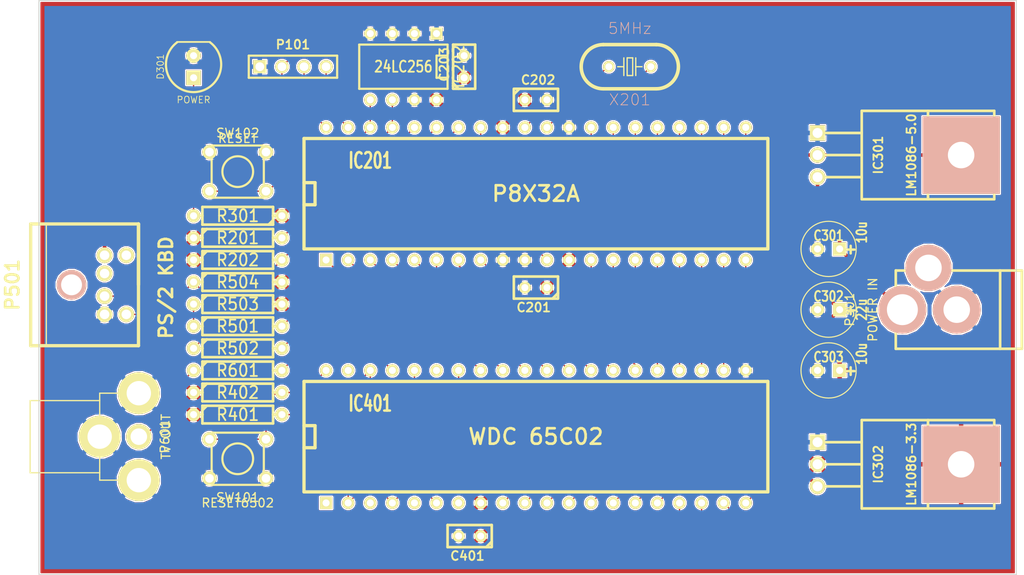
<source format=kicad_pcb>
(kicad_pcb (version 3) (host pcbnew "(2013-07-07 BZR 4022)-stable")
  (title_block (title Propeddle) (rev 11) (company "(C) 2014 Jac Goudsmit") (comment 1 "Software-Defined 6502 Computer") (comment 2 http://www.propeddle.com))
  (layers (15 F.Cu signal) (0 B.Cu signal hide) (18 B.Paste user) (19 F.Paste user) (20 B.SilkS user) (21 F.SilkS user) (22 B.Mask user) (23 F.Mask user) (28 Edge.Cuts user))
  (net 0 "")
  (net 1 +3.3V)
  (net 2 +5V)
  (net 3 /Propeller/XI)
  (net 4 A0)
  (net 5 A1)
  (net 6 A10)
  (net 7 A11)
  (net 8 A12)
  (net 9 A13)
  (net 10 A14)
  (net 11 A15)
  (net 12 A2)
  (net 13 A3)
  (net 14 A4)
  (net 15 A5)
  (net 16 A6)
  (net 17 A7)
  (net 18 A8)
  (net 19 A9)
  (net 20 CLK0)
  (net 21 D0)
  (net 22 D1)
  (net 23 D2)
  (net 24 D3)
  (net 25 D4)
  (net 26 D5)
  (net 27 D6)
  (net 28 D7)
  (net 29 GND)
  (net 30 N-0000035)
  (net 31 N-0000038)
  (net 32 N-0000048)
  (net 33 N-0000049)
  (net 34 N-0000050)
  (net 35 N-0000053)
  (net 36 PS2CLK)
  (net 37 PS2DATA)
  (net 38 R/~W)
  (net 39 RXD)
  (net 40 SDA)
  (net 41 TV0)
  (net 42 TXD)
  (net 43 VSUPPLY)
  (net 44 ~RES)
  (net 45 ~RESET)
  (module DIP-8__300 (layer F.Cu) (at 111.125 65.405 180)
    (fp_text reference IC202 (at -6.35 0 270) (layer F.SilkS) (effects (font (size 1.27 1.143) (thickness 0.2032))))
    (fp_text value 24LC256 (at 0 0 180) (layer F.SilkS) (effects (font (size 1.27 1.016) (thickness 0.2032))))
    (pad 1 thru_hole rect (at -3.81 3.81 180) (size 1.397 1.397) (drill 0.8128) (layers *.Cu *.Mask F.SilkS) (net 29 GND))
    (pad 2 thru_hole circle (at -1.27 3.81 180) (size 1.397 1.397) (drill 0.8128) (layers *.Cu *.Mask F.SilkS) (net 29 GND))
    (pad 3 thru_hole circle (at 1.27 3.81 180) (size 1.397 1.397) (drill 0.8128) (layers *.Cu *.Mask F.SilkS) (net 29 GND))
    (pad 4 thru_hole circle (at 3.81 3.81 180) (size 1.397 1.397) (drill 0.8128) (layers *.Cu *.Mask F.SilkS) (net 29 GND))
    (pad 5 thru_hole circle (at 3.81 -3.81 180) (size 1.397 1.397) (drill 0.8128) (layers *.Cu *.Mask F.SilkS) (net 40 SDA))
    (pad 6 thru_hole circle (at 1.27 -3.81 180) (size 1.397 1.397) (drill 0.8128) (layers *.Cu *.Mask F.SilkS) (net 20 CLK0))
    (pad 7 thru_hole circle (at -1.27 -3.81 180) (size 1.397 1.397) (drill 0.8128) (layers *.Cu *.Mask F.SilkS) (net 29 GND))
    (pad 8 thru_hole circle (at -3.81 -3.81 180) (size 1.397 1.397) (drill 0.8128) (layers *.Cu *.Mask F.SilkS) (net 1 +3.3V))
  )
  (module DIP-40__600 (layer F.Cu) (at 126.365 107.95)
    (fp_text reference IC401 (at -19.05 -3.81) (layer F.SilkS) (effects (font (size 1.778 1.143) (thickness 0.3048))))
    (fp_text value "WDC 65C02" (at 0 0) (layer F.SilkS) (effects (font (size 1.778 1.778) (thickness 0.3048))))
    (pad 1 thru_hole rect (at -24.13 7.62) (size 1.397 1.397) (drill 0.8128) (layers *.Cu *.Mask F.SilkS))
    (pad 2 thru_hole circle (at -21.59 7.62) (size 1.397 1.397) (drill 0.8128) (layers *.Cu *.Mask F.SilkS) (net 32 N-0000048))
    (pad 3 thru_hole circle (at -19.05 7.62) (size 1.397 1.397) (drill 0.8128) (layers *.Cu *.Mask F.SilkS))
    (pad 4 thru_hole circle (at -16.51 7.62) (size 1.397 1.397) (drill 0.8128) (layers *.Cu *.Mask F.SilkS) (net 32 N-0000048))
    (pad 5 thru_hole circle (at -13.97 7.62) (size 1.397 1.397) (drill 0.8128) (layers *.Cu *.Mask F.SilkS))
    (pad 6 thru_hole circle (at -11.43 7.62) (size 1.397 1.397) (drill 0.8128) (layers *.Cu *.Mask F.SilkS) (net 32 N-0000048))
    (pad 7 thru_hole circle (at -8.89 7.62) (size 1.397 1.397) (drill 0.8128) (layers *.Cu *.Mask F.SilkS))
    (pad 8 thru_hole circle (at -6.35 7.62) (size 1.397 1.397) (drill 0.8128) (layers *.Cu *.Mask F.SilkS) (net 1 +3.3V))
    (pad 9 thru_hole circle (at -3.81 7.62) (size 1.397 1.397) (drill 0.8128) (layers *.Cu *.Mask F.SilkS) (net 4 A0))
    (pad 10 thru_hole circle (at -1.27 7.62) (size 1.397 1.397) (drill 0.8128) (layers *.Cu *.Mask F.SilkS) (net 5 A1))
    (pad 11 thru_hole circle (at 1.27 7.62) (size 1.397 1.397) (drill 0.8128) (layers *.Cu *.Mask F.SilkS) (net 12 A2))
    (pad 12 thru_hole circle (at 3.81 7.62) (size 1.397 1.397) (drill 0.8128) (layers *.Cu *.Mask F.SilkS) (net 13 A3))
    (pad 13 thru_hole circle (at 6.35 7.62) (size 1.397 1.397) (drill 0.8128) (layers *.Cu *.Mask F.SilkS) (net 14 A4))
    (pad 14 thru_hole circle (at 8.89 7.62) (size 1.397 1.397) (drill 0.8128) (layers *.Cu *.Mask F.SilkS) (net 15 A5))
    (pad 15 thru_hole circle (at 11.43 7.62) (size 1.397 1.397) (drill 0.8128) (layers *.Cu *.Mask F.SilkS) (net 16 A6))
    (pad 16 thru_hole circle (at 13.97 7.62) (size 1.397 1.397) (drill 0.8128) (layers *.Cu *.Mask F.SilkS) (net 17 A7))
    (pad 17 thru_hole circle (at 16.51 7.62) (size 1.397 1.397) (drill 0.8128) (layers *.Cu *.Mask F.SilkS) (net 18 A8))
    (pad 18 thru_hole circle (at 19.05 7.62) (size 1.397 1.397) (drill 0.8128) (layers *.Cu *.Mask F.SilkS) (net 19 A9))
    (pad 19 thru_hole circle (at 21.59 7.62) (size 1.397 1.397) (drill 0.8128) (layers *.Cu *.Mask F.SilkS) (net 6 A10))
    (pad 20 thru_hole circle (at 24.13 7.62) (size 1.397 1.397) (drill 0.8128) (layers *.Cu *.Mask F.SilkS) (net 7 A11))
    (pad 21 thru_hole circle (at 24.13 -7.62) (size 1.397 1.397) (drill 0.8128) (layers *.Cu *.Mask F.SilkS) (net 29 GND))
    (pad 22 thru_hole circle (at 21.59 -7.62) (size 1.397 1.397) (drill 0.8128) (layers *.Cu *.Mask F.SilkS) (net 8 A12))
    (pad 23 thru_hole circle (at 19.05 -7.62) (size 1.397 1.397) (drill 0.8128) (layers *.Cu *.Mask F.SilkS) (net 9 A13))
    (pad 24 thru_hole circle (at 16.51 -7.62) (size 1.397 1.397) (drill 0.8128) (layers *.Cu *.Mask F.SilkS) (net 10 A14))
    (pad 25 thru_hole circle (at 13.97 -7.62) (size 1.397 1.397) (drill 0.8128) (layers *.Cu *.Mask F.SilkS) (net 11 A15))
    (pad 26 thru_hole circle (at 11.43 -7.62) (size 1.397 1.397) (drill 0.8128) (layers *.Cu *.Mask F.SilkS) (net 28 D7))
    (pad 27 thru_hole circle (at 8.89 -7.62) (size 1.397 1.397) (drill 0.8128) (layers *.Cu *.Mask F.SilkS) (net 27 D6))
    (pad 28 thru_hole circle (at 6.35 -7.62) (size 1.397 1.397) (drill 0.8128) (layers *.Cu *.Mask F.SilkS) (net 26 D5))
    (pad 29 thru_hole circle (at 3.81 -7.62) (size 1.397 1.397) (drill 0.8128) (layers *.Cu *.Mask F.SilkS) (net 25 D4))
    (pad 30 thru_hole circle (at 1.27 -7.62) (size 1.397 1.397) (drill 0.8128) (layers *.Cu *.Mask F.SilkS) (net 24 D3))
    (pad 31 thru_hole circle (at -1.27 -7.62) (size 1.397 1.397) (drill 0.8128) (layers *.Cu *.Mask F.SilkS) (net 23 D2))
    (pad 32 thru_hole circle (at -3.81 -7.62) (size 1.397 1.397) (drill 0.8128) (layers *.Cu *.Mask F.SilkS) (net 22 D1))
    (pad 33 thru_hole circle (at -6.35 -7.62) (size 1.397 1.397) (drill 0.8128) (layers *.Cu *.Mask F.SilkS) (net 21 D0))
    (pad 34 thru_hole circle (at -8.89 -7.62) (size 1.397 1.397) (drill 0.8128) (layers *.Cu *.Mask F.SilkS) (net 38 R/~W))
    (pad 35 thru_hole circle (at -11.43 -7.62) (size 1.397 1.397) (drill 0.8128) (layers *.Cu *.Mask F.SilkS))
    (pad 36 thru_hole circle (at -13.97 -7.62) (size 1.397 1.397) (drill 0.8128) (layers *.Cu *.Mask F.SilkS) (net 32 N-0000048))
    (pad 37 thru_hole circle (at -16.51 -7.62) (size 1.397 1.397) (drill 0.8128) (layers *.Cu *.Mask F.SilkS) (net 20 CLK0))
    (pad 38 thru_hole circle (at -19.05 -7.62) (size 1.397 1.397) (drill 0.8128) (layers *.Cu *.Mask F.SilkS) (net 32 N-0000048))
    (pad 39 thru_hole circle (at -21.59 -7.62) (size 1.397 1.397) (drill 0.8128) (layers *.Cu *.Mask F.SilkS))
    (pad 40 thru_hole circle (at -24.13 -7.62) (size 1.397 1.397) (drill 0.8128) (layers *.Cu *.Mask F.SilkS) (net 44 ~RES))
  )
  (module DIP-40__600 (layer F.Cu) (at 126.365 80.01)
    (fp_text reference IC201 (at -19.05 -3.81) (layer F.SilkS) (effects (font (size 1.778 1.143) (thickness 0.3048))))
    (fp_text value P8X32A (at 0 0) (layer F.SilkS) (effects (font (size 1.778 1.778) (thickness 0.3048))))
    (pad 1 thru_hole rect (at -24.13 7.62) (size 1.397 1.397) (drill 0.8128) (layers *.Cu *.Mask F.SilkS) (net 21 D0))
    (pad 2 thru_hole circle (at -21.59 7.62) (size 1.397 1.397) (drill 0.8128) (layers *.Cu *.Mask F.SilkS) (net 22 D1))
    (pad 3 thru_hole circle (at -19.05 7.62) (size 1.397 1.397) (drill 0.8128) (layers *.Cu *.Mask F.SilkS) (net 23 D2))
    (pad 4 thru_hole circle (at -16.51 7.62) (size 1.397 1.397) (drill 0.8128) (layers *.Cu *.Mask F.SilkS) (net 24 D3))
    (pad 5 thru_hole circle (at -13.97 7.62) (size 1.397 1.397) (drill 0.8128) (layers *.Cu *.Mask F.SilkS) (net 25 D4))
    (pad 6 thru_hole circle (at -11.43 7.62) (size 1.397 1.397) (drill 0.8128) (layers *.Cu *.Mask F.SilkS) (net 26 D5))
    (pad 7 thru_hole circle (at -8.89 7.62) (size 1.397 1.397) (drill 0.8128) (layers *.Cu *.Mask F.SilkS) (net 27 D6))
    (pad 8 thru_hole circle (at -6.35 7.62) (size 1.397 1.397) (drill 0.8128) (layers *.Cu *.Mask F.SilkS) (net 28 D7))
    (pad 9 thru_hole circle (at -3.81 7.62) (size 1.397 1.397) (drill 0.8128) (layers *.Cu *.Mask F.SilkS) (net 29 GND))
    (pad 10 thru_hole circle (at -1.27 7.62) (size 1.397 1.397) (drill 0.8128) (layers *.Cu *.Mask F.SilkS) (net 29 GND))
    (pad 11 thru_hole circle (at 1.27 7.62) (size 1.397 1.397) (drill 0.8128) (layers *.Cu *.Mask F.SilkS) (net 45 ~RESET))
    (pad 12 thru_hole circle (at 3.81 7.62) (size 1.397 1.397) (drill 0.8128) (layers *.Cu *.Mask F.SilkS) (net 1 +3.3V))
    (pad 13 thru_hole circle (at 6.35 7.62) (size 1.397 1.397) (drill 0.8128) (layers *.Cu *.Mask F.SilkS) (net 4 A0))
    (pad 14 thru_hole circle (at 8.89 7.62) (size 1.397 1.397) (drill 0.8128) (layers *.Cu *.Mask F.SilkS) (net 5 A1))
    (pad 15 thru_hole circle (at 11.43 7.62) (size 1.397 1.397) (drill 0.8128) (layers *.Cu *.Mask F.SilkS) (net 12 A2))
    (pad 16 thru_hole circle (at 13.97 7.62) (size 1.397 1.397) (drill 0.8128) (layers *.Cu *.Mask F.SilkS) (net 13 A3))
    (pad 17 thru_hole circle (at 16.51 7.62) (size 1.397 1.397) (drill 0.8128) (layers *.Cu *.Mask F.SilkS) (net 14 A4))
    (pad 18 thru_hole circle (at 19.05 7.62) (size 1.397 1.397) (drill 0.8128) (layers *.Cu *.Mask F.SilkS) (net 15 A5))
    (pad 19 thru_hole circle (at 21.59 7.62) (size 1.397 1.397) (drill 0.8128) (layers *.Cu *.Mask F.SilkS) (net 16 A6))
    (pad 20 thru_hole circle (at 24.13 7.62) (size 1.397 1.397) (drill 0.8128) (layers *.Cu *.Mask F.SilkS) (net 17 A7))
    (pad 21 thru_hole circle (at 24.13 -7.62) (size 1.397 1.397) (drill 0.8128) (layers *.Cu *.Mask F.SilkS) (net 18 A8))
    (pad 22 thru_hole circle (at 21.59 -7.62) (size 1.397 1.397) (drill 0.8128) (layers *.Cu *.Mask F.SilkS) (net 19 A9))
    (pad 23 thru_hole circle (at 19.05 -7.62) (size 1.397 1.397) (drill 0.8128) (layers *.Cu *.Mask F.SilkS) (net 6 A10))
    (pad 24 thru_hole circle (at 16.51 -7.62) (size 1.397 1.397) (drill 0.8128) (layers *.Cu *.Mask F.SilkS) (net 7 A11))
    (pad 25 thru_hole circle (at 13.97 -7.62) (size 1.397 1.397) (drill 0.8128) (layers *.Cu *.Mask F.SilkS) (net 8 A12))
    (pad 26 thru_hole circle (at 11.43 -7.62) (size 1.397 1.397) (drill 0.8128) (layers *.Cu *.Mask F.SilkS) (net 9 A13))
    (pad 27 thru_hole circle (at 8.89 -7.62) (size 1.397 1.397) (drill 0.8128) (layers *.Cu *.Mask F.SilkS) (net 10 A14))
    (pad 28 thru_hole circle (at 6.35 -7.62) (size 1.397 1.397) (drill 0.8128) (layers *.Cu *.Mask F.SilkS) (net 11 A15))
    (pad 29 thru_hole circle (at 3.81 -7.62) (size 1.397 1.397) (drill 0.8128) (layers *.Cu *.Mask F.SilkS) (net 29 GND))
    (pad 30 thru_hole circle (at 1.27 -7.62) (size 1.397 1.397) (drill 0.8128) (layers *.Cu *.Mask F.SilkS) (net 3 /Propeller/XI))
    (pad 31 thru_hole circle (at -1.27 -7.62) (size 1.397 1.397) (drill 0.8128) (layers *.Cu *.Mask F.SilkS) (net 30 N-0000035))
    (pad 32 thru_hole circle (at -3.81 -7.62) (size 1.397 1.397) (drill 0.8128) (layers *.Cu *.Mask F.SilkS) (net 1 +3.3V))
    (pad 33 thru_hole circle (at -6.35 -7.62) (size 1.397 1.397) (drill 0.8128) (layers *.Cu *.Mask F.SilkS) (net 38 R/~W))
    (pad 34 thru_hole circle (at -8.89 -7.62) (size 1.397 1.397) (drill 0.8128) (layers *.Cu *.Mask F.SilkS) (net 41 TV0))
    (pad 35 thru_hole circle (at -11.43 -7.62) (size 1.397 1.397) (drill 0.8128) (layers *.Cu *.Mask F.SilkS) (net 37 PS2DATA))
    (pad 36 thru_hole circle (at -13.97 -7.62) (size 1.397 1.397) (drill 0.8128) (layers *.Cu *.Mask F.SilkS) (net 36 PS2CLK))
    (pad 37 thru_hole circle (at -16.51 -7.62) (size 1.397 1.397) (drill 0.8128) (layers *.Cu *.Mask F.SilkS) (net 20 CLK0))
    (pad 38 thru_hole circle (at -19.05 -7.62) (size 1.397 1.397) (drill 0.8128) (layers *.Cu *.Mask F.SilkS) (net 40 SDA))
    (pad 39 thru_hole circle (at -21.59 -7.62) (size 1.397 1.397) (drill 0.8128) (layers *.Cu *.Mask F.SilkS) (net 42 TXD))
    (pad 40 thru_hole circle (at -24.13 -7.62) (size 1.397 1.397) (drill 0.8128) (layers *.Cu *.Mask F.SilkS) (net 39 RXD))
  )
  (module C1V7 (layer F.Cu) (at 160.02 100.33 180)
    (fp_text reference C303 (at 0 1.524 180) (layer F.SilkS) (effects (font (size 1.143 0.889) (thickness 0.2032))))
    (fp_text value 10u (at -3.81 1.905 270) (layer F.SilkS) (effects (font (size 1.143 0.889) (thickness 0.2032))))
    (fp_text user + (at -2.54 0 180) (layer F.SilkS) (effects (font (size 1.143 1.143) (thickness 0.3048))))
    (pad 1 thru_hole rect (at -1.27 0 180) (size 1.524 1.524) (drill 0.8128) (layers *.Cu *.Mask F.SilkS) (net 1 +3.3V))
    (pad 2 thru_hole circle (at 1.27 0 180) (size 1.524 1.524) (drill 0.8128) (layers *.Cu *.Mask F.SilkS) (net 29 GND))
  )
  (module C1V7 (layer F.Cu) (at 160.02 93.345 180)
    (fp_text reference C302 (at 0 1.524 180) (layer F.SilkS) (effects (font (size 1.143 0.889) (thickness 0.2032))))
    (fp_text value 22u (at -3.81 0 270) (layer F.SilkS) (effects (font (size 1.143 0.889) (thickness 0.2032))))
    (fp_text user + (at -2.54 0 180) (layer F.SilkS) (effects (font (size 1.143 1.143) (thickness 0.3048))))
    (pad 1 thru_hole rect (at -1.27 0 180) (size 1.524 1.524) (drill 0.8128) (layers *.Cu *.Mask F.SilkS) (net 2 +5V))
    (pad 2 thru_hole circle (at 1.27 0 180) (size 1.524 1.524) (drill 0.8128) (layers *.Cu *.Mask F.SilkS) (net 29 GND))
  )
  (module C1V7 (layer F.Cu) (at 160.02 86.36 180)
    (fp_text reference C301 (at 0 1.524 180) (layer F.SilkS) (effects (font (size 1.143 0.889) (thickness 0.2032))))
    (fp_text value 10u (at -3.81 1.905 270) (layer F.SilkS) (effects (font (size 1.143 0.889) (thickness 0.2032))))
    (fp_text user + (at -2.54 0 180) (layer F.SilkS) (effects (font (size 1.143 1.143) (thickness 0.3048))))
    (pad 1 thru_hole rect (at -1.27 0 180) (size 1.524 1.524) (drill 0.8128) (layers *.Cu *.Mask F.SilkS) (net 43 VSUPPLY))
    (pad 2 thru_hole circle (at 1.27 0 180) (size 1.524 1.524) (drill 0.8128) (layers *.Cu *.Mask F.SilkS) (net 29 GND))
  )
  (module C1 (layer F.Cu) (at 118.745 119.38 180)
    (fp_text reference C401 (at 0.254 -2.286 180) (layer F.SilkS) (effects (font (size 1.016 1.016) (thickness 0.2032))))
    (fp_text value 100n hide)
    (pad 1 thru_hole circle (at -1.27 0 180) (size 1.397 1.397) (drill 0.8128) (layers *.Cu *.Mask F.SilkS) (net 1 +3.3V))
    (pad 2 thru_hole circle (at 1.27 0 180) (size 1.397 1.397) (drill 0.8128) (layers *.Cu *.Mask F.SilkS) (net 29 GND))
  )
  (module C1 (layer F.Cu) (at 118.11 65.405 90)
    (fp_text reference C203 (at 0.254 -2.286 90) (layer F.SilkS) (effects (font (size 1.016 1.016) (thickness 0.2032))))
    (fp_text value 100n hide)
    (pad 1 thru_hole circle (at -1.27 0 90) (size 1.397 1.397) (drill 0.8128) (layers *.Cu *.Mask F.SilkS) (net 1 +3.3V))
    (pad 2 thru_hole circle (at 1.27 0 90) (size 1.397 1.397) (drill 0.8128) (layers *.Cu *.Mask F.SilkS) (net 29 GND))
  )
  (module C1 (layer F.Cu) (at 126.365 69.215)
    (fp_text reference C202 (at 0.254 -2.286) (layer F.SilkS) (effects (font (size 1.016 1.016) (thickness 0.2032))))
    (fp_text value 100n hide)
    (pad 1 thru_hole circle (at -1.27 0) (size 1.397 1.397) (drill 0.8128) (layers *.Cu *.Mask F.SilkS) (net 1 +3.3V))
    (pad 2 thru_hole circle (at 1.27 0) (size 1.397 1.397) (drill 0.8128) (layers *.Cu *.Mask F.SilkS) (net 29 GND))
  )
  (module C1 (layer F.Cu) (at 126.365 90.805 180)
    (fp_text reference C201 (at 0.254 -2.286 180) (layer F.SilkS) (effects (font (size 1.016 1.016) (thickness 0.2032))))
    (fp_text value 100n hide)
    (pad 1 thru_hole circle (at -1.27 0 180) (size 1.397 1.397) (drill 0.8128) (layers *.Cu *.Mask F.SilkS) (net 1 +3.3V))
    (pad 2 thru_hole circle (at 1.27 0 180) (size 1.397 1.397) (drill 0.8128) (layers *.Cu *.Mask F.SilkS) (net 29 GND))
  )
  (module 00JG-TO220-123 (layer F.Cu) (at 158.75 75.565)
    (fp_text reference IC301 (at 6.985 0 90) (layer F.SilkS) (effects (font (size 1.016 1.016) (thickness 0.2032))))
    (fp_text value LM1086-5.0 (at 10.795 0 90) (layer F.SilkS) (effects (font (size 1.016 1.016) (thickness 0.2032))))
    (pad 1 thru_hole rect (at 0 -2.54) (size 1.778 1.778) (drill 1.143) (layers *.Cu *.Mask F.SilkS) (net 29 GND))
    (pad 2 thru_hole circle (at 0 0) (size 1.778 1.778) (drill 1.143) (layers *.Cu *.Mask F.SilkS) (net 2 +5V))
    (pad 3 thru_hole circle (at 0 2.54) (size 1.778 1.778) (drill 1.143) (layers *.Cu *.Mask F.SilkS) (net 43 VSUPPLY))
    (pad 2 thru_hole rect (at 16.51 0) (size 8.89 8.89) (drill 3.048) (layers *.Cu *.SilkS *.Mask) (net 2 +5V))
  )
  (module 00JG-TO220-123 (layer F.Cu) (at 158.75 111.125)
    (fp_text reference IC302 (at 6.985 0 90) (layer F.SilkS) (effects (font (size 1.016 1.016) (thickness 0.2032))))
    (fp_text value LM1086-3.3 (at 10.795 0 90) (layer F.SilkS) (effects (font (size 1.016 1.016) (thickness 0.2032))))
    (pad 1 thru_hole rect (at 0 -2.54) (size 1.778 1.778) (drill 1.143) (layers *.Cu *.Mask F.SilkS) (net 29 GND))
    (pad 2 thru_hole circle (at 0 0) (size 1.778 1.778) (drill 1.143) (layers *.Cu *.Mask F.SilkS) (net 1 +3.3V))
    (pad 3 thru_hole circle (at 0 2.54) (size 1.778 1.778) (drill 1.143) (layers *.Cu *.Mask F.SilkS) (net 2 +5V))
    (pad 2 thru_hole rect (at 16.51 0) (size 8.89 8.89) (drill 3.048) (layers *.Cu *.SilkS *.Mask) (net 1 +3.3V))
  )
  (module 00JG-RCJ-01X (layer F.Cu) (at 76.2 107.95 90)
    (fp_text reference P601 (at 0 7.5 90) (layer F.SilkS))
    (fp_text value "TV OUT" (at 0 7.62 90) (layer F.SilkS))
    (pad 1 thru_hole circle (at 0 0 90) (size 4.8 4.8) (drill 2.8) (layers *.Cu *.Mask F.SilkS) (net 29 GND))
    (pad 1 thru_hole circle (at 5 4.5 90) (size 4.8 4.8) (drill 2.8) (layers *.Cu *.Mask F.SilkS) (net 29 GND))
    (pad 1 thru_hole circle (at -5 4.5 90) (size 4.8 4.8) (drill 2.8) (layers *.Cu *.Mask F.SilkS) (net 29 GND))
    (pad 2 thru_hole circle (at 0 4.5 90) (size 2.9 2.9) (drill 1.9) (layers *.Cu *.Mask F.SilkS) (net 35 N-0000053))
  )
  (module R4 (layer F.Cu) (at 92.075 85.09)
    (fp_text reference R201 (at 0 0) (layer F.SilkS) (effects (font (size 1.397 1.27) (thickness 0.2032))))
    (fp_text value 10K hide)
    (pad 1 thru_hole circle (at -5.08 0) (size 1.524 1.524) (drill 0.8128) (layers *.Cu *.Mask F.SilkS) (net 1 +3.3V))
    (pad 2 thru_hole circle (at 5.08 0) (size 1.524 1.524) (drill 0.8128) (layers *.Cu *.Mask F.SilkS) (net 40 SDA))
  )
  (module R4 (layer F.Cu) (at 92.075 100.33)
    (fp_text reference R601 (at 0 0) (layer F.SilkS) (effects (font (size 1.397 1.27) (thickness 0.2032))))
    (fp_text value 270 hide)
    (pad 1 thru_hole circle (at -5.08 0) (size 1.524 1.524) (drill 0.8128) (layers *.Cu *.Mask F.SilkS) (net 35 N-0000053))
    (pad 2 thru_hole circle (at 5.08 0) (size 1.524 1.524) (drill 0.8128) (layers *.Cu *.Mask F.SilkS) (net 41 TV0))
  )
  (module R4 (layer F.Cu) (at 92.075 97.79)
    (fp_text reference R502 (at 0 0) (layer F.SilkS) (effects (font (size 1.397 1.27) (thickness 0.2032))))
    (fp_text value 100 hide)
    (pad 1 thru_hole circle (at -5.08 0) (size 1.524 1.524) (drill 0.8128) (layers *.Cu *.Mask F.SilkS) (net 34 N-0000050))
    (pad 2 thru_hole circle (at 5.08 0) (size 1.524 1.524) (drill 0.8128) (layers *.Cu *.Mask F.SilkS) (net 37 PS2DATA))
  )
  (module R4 (layer F.Cu) (at 92.075 95.25)
    (fp_text reference R501 (at 0 0) (layer F.SilkS) (effects (font (size 1.397 1.27) (thickness 0.2032))))
    (fp_text value 100 hide)
    (pad 1 thru_hole circle (at -5.08 0) (size 1.524 1.524) (drill 0.8128) (layers *.Cu *.Mask F.SilkS) (net 33 N-0000049))
    (pad 2 thru_hole circle (at 5.08 0) (size 1.524 1.524) (drill 0.8128) (layers *.Cu *.Mask F.SilkS) (net 36 PS2CLK))
  )
  (module R4 (layer F.Cu) (at 92.075 92.71)
    (fp_text reference R503 (at 0 0) (layer F.SilkS) (effects (font (size 1.397 1.27) (thickness 0.2032))))
    (fp_text value 10K hide)
    (pad 1 thru_hole circle (at -5.08 0) (size 1.524 1.524) (drill 0.8128) (layers *.Cu *.Mask F.SilkS) (net 33 N-0000049))
    (pad 2 thru_hole circle (at 5.08 0) (size 1.524 1.524) (drill 0.8128) (layers *.Cu *.Mask F.SilkS) (net 1 +3.3V))
  )
  (module R4 (layer F.Cu) (at 92.075 90.17)
    (fp_text reference R504 (at 0 0) (layer F.SilkS) (effects (font (size 1.397 1.27) (thickness 0.2032))))
    (fp_text value 10K hide)
    (pad 1 thru_hole circle (at -5.08 0) (size 1.524 1.524) (drill 0.8128) (layers *.Cu *.Mask F.SilkS) (net 34 N-0000050))
    (pad 2 thru_hole circle (at 5.08 0) (size 1.524 1.524) (drill 0.8128) (layers *.Cu *.Mask F.SilkS) (net 1 +3.3V))
  )
  (module 00JG-BARREL_JACK_RAPC722X (layer F.Cu) (at 182.245 93.345 90)
    (fp_text reference P301 (at 0 -19.8 90) (layer F.SilkS))
    (fp_text value "POWER IN" (at 0 -17.145 90) (layer F.SilkS))
    (pad 1 thru_hole circle (at 0 -13.74 90) (size 5.5 5.5) (drill 3.56) (layers *.Cu *.SilkS *.Mask) (net 43 VSUPPLY))
    (pad 2 thru_hole circle (at 0 -7.49 90) (size 5.5 5.5) (drill 3.05) (layers *.Cu *.SilkS *.Mask) (net 29 GND))
    (pad 3 thru_hole circle (at 4.8 -10.74 90) (size 5.3 5.3) (drill 3.05) (layers *.Cu *.SilkS *.Mask))
  )
  (module 00JG-MD-60S (layer F.Cu) (at 68.2625 90.4875 90)
    (fp_text reference P501 (at 0 -2.1 90) (layer F.SilkS) (effects (font (size 1.524 1.524) (thickness 0.3048))))
    (fp_text value "PS/2 KBD" (at -0.3175 15.5575 90) (layer F.SilkS) (effects (font (size 1.524 1.524) (thickness 0.3048))))
    (pad 3 thru_hole circle (at -3.4 8.5 90) (size 1.8 1.8) (drill 1.1) (layers *.Cu *.Mask F.SilkS) (net 29 GND))
    (pad 5 thru_hole circle (at -3.4 11 90) (size 1.8 1.8) (drill 1.1) (layers *.Cu *.Mask F.SilkS) (net 33 N-0000049))
    (pad 4 thru_hole circle (at 3.4 8.5 90) (size 1.8 1.8) (drill 1.1) (layers *.Cu *.Mask F.SilkS) (net 2 +5V))
    (pad GND thru_hole circle (at 0 4.7 90) (size 3.4 3.4) (drill 2.4) (layers *.Cu *.SilkS *.Mask))
    (pad 6 thru_hole circle (at 3.4 11 90) (size 1.8 1.8) (drill 1.1) (layers *.Cu *.Mask F.SilkS))
    (pad 1 thru_hole circle (at -1.3 8.5 90) (size 1.8 1.8) (drill 1.1) (layers *.Cu *.Mask F.SilkS) (net 34 N-0000050))
    (pad 2 thru_hole circle (at 1.3 8.5 90) (size 1.8 1.8) (drill 1.1) (layers *.Cu *.Mask F.SilkS))
  )
  (module 00JG-PUSHBUTTON (layer F.Cu) (at 92.075 110.49 180)
    (fp_text reference SW101 (at 0 -4.445 180) (layer F.SilkS))
    (fp_text value RESET6502 (at 0 -5.08 180) (layer F.SilkS))
    (pad 1 thru_hole circle (at -3.25 -2.25 180) (size 1.65 1.65) (drill 1) (layers *.Cu *.Mask F.SilkS) (net 29 GND))
    (pad 1 thru_hole circle (at 3.25 -2.25 180) (size 1.65 1.65) (drill 1) (layers *.Cu *.Mask F.SilkS) (net 29 GND))
    (pad 2 thru_hole circle (at -3.25 2.25 180) (size 1.65 1.65) (drill 1) (layers *.Cu *.Mask F.SilkS) (net 44 ~RES))
    (pad 2 thru_hole circle (at 3.25 2.25 180) (size 1.65 1.65) (drill 1) (layers *.Cu *.Mask F.SilkS) (net 44 ~RES))
  )
  (module R4 (layer F.Cu) (at 92.075 82.55 180)
    (fp_text reference R301 (at 0 0 180) (layer F.SilkS) (effects (font (size 1.397 1.27) (thickness 0.2032))))
    (fp_text value 82 hide)
    (pad 1 thru_hole circle (at -5.08 0 180) (size 1.524 1.524) (drill 0.8128) (layers *.Cu *.Mask F.SilkS) (net 1 +3.3V))
    (pad 2 thru_hole circle (at 5.08 0 180) (size 1.524 1.524) (drill 0.8128) (layers *.Cu *.Mask F.SilkS) (net 31 N-0000038))
  )
  (module 00JG-LED5MM (layer F.Cu) (at 86.995 65.405 90)
    (fp_text reference D301 (at 0 -3.81 90) (layer F.SilkS) (effects (font (size 0.762 0.762) (thickness 0.0889))))
    (fp_text value POWER (at -3.81 0 180) (layer F.SilkS) (effects (font (size 0.762 0.762) (thickness 0.0889))))
    (pad A thru_hole rect (at -1.27 0 90) (size 1.6764 1.6764) (drill 0.8128) (layers *.Cu *.Mask F.SilkS) (net 31 N-0000038))
    (pad K thru_hole circle (at 1.27 0 90) (size 1.6764 1.6764) (drill 0.8128) (layers *.Cu *.Mask F.SilkS) (net 29 GND))
  )
  (module 00JG-XTAL-HC49U70 (layer F.Cu) (at 137.16 65.405 180)
    (fp_text reference X201 (at 0 -3.8 180) (layer B.SilkS) (effects (font (size 1.27 1.27) (thickness 0.0889))))
    (fp_text value 5MHz (at 0 4.4 180) (layer B.SilkS) (effects (font (size 1.27 1.27) (thickness 0.0889))))
    (pad 1 thru_hole circle (at -2.413 0 180) (size 1.3208 1.3208) (drill 0.8128) (layers *.Cu F.Paste F.SilkS F.Mask) (net 3 /Propeller/XI))
    (pad 2 thru_hole circle (at 2.413 0 180) (size 1.3208 1.3208) (drill 0.8128) (layers *.Cu F.Paste F.SilkS F.Mask) (net 30 N-0000035))
  )
  (module R4 (layer F.Cu) (at 92.075 102.87)
    (fp_text reference R402 (at 0 0) (layer F.SilkS) (effects (font (size 1.397 1.27) (thickness 0.2032))))
    (fp_text value 3K3 hide)
    (pad 1 thru_hole circle (at -5.08 0) (size 1.524 1.524) (drill 0.8128) (layers *.Cu *.Mask F.SilkS) (net 1 +3.3V))
    (pad 2 thru_hole circle (at 5.08 0) (size 1.524 1.524) (drill 0.8128) (layers *.Cu *.Mask F.SilkS) (net 44 ~RES))
  )
  (module 00JG-PUSHBUTTON (layer F.Cu) (at 92.075 77.47)
    (fp_text reference SW102 (at 0 -4.445) (layer F.SilkS))
    (fp_text value RESET (at 0 -3.81) (layer F.SilkS))
    (pad 1 thru_hole circle (at -3.25 -2.25) (size 1.65 1.65) (drill 1) (layers *.Cu *.Mask F.SilkS) (net 29 GND))
    (pad 1 thru_hole circle (at 3.25 -2.25) (size 1.65 1.65) (drill 1) (layers *.Cu *.Mask F.SilkS) (net 29 GND))
    (pad 2 thru_hole circle (at -3.25 2.25) (size 1.65 1.65) (drill 1) (layers *.Cu *.Mask F.SilkS) (net 45 ~RESET))
    (pad 2 thru_hole circle (at 3.25 2.25) (size 1.65 1.65) (drill 1) (layers *.Cu *.Mask F.SilkS) (net 45 ~RESET))
  )
  (module PIN_ARRAY_4x1 (layer F.Cu) (at 98.425 65.405)
    (fp_text reference P101 (at 0 -2.54) (layer F.SilkS) (effects (font (size 1.016 1.016) (thickness 0.2032))))
    (fp_text value "PROP PLUG" hide)
    (pad 1 thru_hole rect (at -3.81 0) (size 1.524 1.524) (drill 1.016) (layers *.Cu *.Mask F.SilkS) (net 29 GND))
    (pad 2 thru_hole circle (at -1.27 0) (size 1.524 1.524) (drill 1.016) (layers *.Cu *.Mask F.SilkS) (net 45 ~RESET))
    (pad 3 thru_hole circle (at 1.27 0) (size 1.524 1.524) (drill 1.016) (layers *.Cu *.Mask F.SilkS) (net 39 RXD))
    (pad 4 thru_hole circle (at 3.81 0) (size 1.524 1.524) (drill 1.016) (layers *.Cu *.Mask F.SilkS) (net 42 TXD))
  )
  (module R4 (layer F.Cu) (at 92.075 105.41)
    (fp_text reference R401 (at 0 0) (layer F.SilkS) (effects (font (size 1.397 1.27) (thickness 0.2032))))
    (fp_text value 3K3 hide)
    (pad 1 thru_hole circle (at -5.08 0) (size 1.524 1.524) (drill 0.8128) (layers *.Cu *.Mask F.SilkS) (net 1 +3.3V))
    (pad 2 thru_hole circle (at 5.08 0) (size 1.524 1.524) (drill 0.8128) (layers *.Cu *.Mask F.SilkS) (net 32 N-0000048))
  )
  (module R4 (layer F.Cu) (at 92.075 87.63)
    (fp_text reference R202 (at 0 0) (layer F.SilkS) (effects (font (size 1.397 1.27) (thickness 0.2032))))
    (fp_text value 10K hide)
    (pad 1 thru_hole circle (at -5.08 0) (size 1.524 1.524) (drill 0.8128) (layers *.Cu *.Mask F.SilkS) (net 1 +3.3V))
    (pad 2 thru_hole circle (at 5.08 0) (size 1.524 1.524) (drill 0.8128) (layers *.Cu *.Mask F.SilkS) (net 20 CLK0))
  )
  (gr_line (start 181.61 57.785) (end 181.61 123.825) (angle 90) (layer Edge.Cuts) (width 0.1))
  (gr_line (start 69.215 57.785) (end 181.61 57.785) (angle 90) (layer Edge.Cuts) (width 0.1))
  (gr_line (start 69.215 123.825) (end 69.215 57.785) (angle 90) (layer Edge.Cuts) (width 0.1))
  (gr_line (start 181.61 123.825) (end 69.215 123.825) (angle 90) (layer Edge.Cuts) (width 0.1))
  (gr_line (start 69.215 123.825) (end 181.61 123.825) (angle 90) (layer Edge.Cuts) (width 0.1))
  (gr_line (start 69.215 57.785) (end 69.215 123.825) (angle 90) (layer Edge.Cuts) (width 0.1))
  (segment (start 158.75 75.565) (end 175.26 75.565) (width 0.4064) (layer F.Cu) (net 2))
  (segment (start 161.29 93.345) (end 160.02 94.615) (width 0.4064) (layer F.Cu) (net 2))
  (segment (start 156.845 111.76) (end 158.75 113.665) (width 0.4064) (layer F.Cu) (net 2))
  (segment (start 156.845 107.315) (end 156.845 111.76) (width 0.4064) (layer F.Cu) (net 2))
  (segment (start 160.02 104.14) (end 156.845 107.315) (width 0.4064) (layer F.Cu) (net 2))
  (segment (start 160.02 94.615) (end 160.02 104.14) (width 0.4064) (layer F.Cu) (net 2))
  (segment (start 161.29 93.345) (end 160.02 92.075) (width 0.4064) (layer F.Cu) (net 2))
  (segment (start 156.845 81.915) (end 156.845 75.565) (width 0.4064) (layer F.Cu) (net 2))
  (segment (start 160.02 85.09) (end 156.845 81.915) (width 0.4064) (layer F.Cu) (net 2))
  (segment (start 160.02 92.075) (end 160.02 85.09) (width 0.4064) (layer F.Cu) (net 2))
  (segment (start 158.75 75.565) (end 156.845 75.565) (width 0.4064) (layer F.Cu) (net 2))
  (segment (start 76.7625 61.0325) (end 76.7625 87.0875) (width 0.4064) (layer F.Cu) (net 2))
  (segment (start 78.105 59.69) (end 76.7625 61.0325) (width 0.4064) (layer F.Cu) (net 2))
  (segment (start 154.305 59.69) (end 78.105 59.69) (width 0.4064) (layer F.Cu) (net 2))
  (segment (start 155.575 60.96) (end 154.305 59.69) (width 0.4064) (layer F.Cu) (net 2))
  (segment (start 155.575 74.295) (end 155.575 60.96) (width 0.4064) (layer F.Cu) (net 2))
  (segment (start 156.845 75.565) (end 155.575 74.295) (width 0.4064) (layer F.Cu) (net 2))
  (segment (start 127.635 72.39) (end 128.905 71.12) (width 0.1524) (layer F.Cu) (net 3))
  (segment (start 133.858 71.12) (end 139.573 65.405) (width 0.1524) (layer F.Cu) (net 3))
  (segment (start 128.905 71.12) (end 133.858 71.12) (width 0.1524) (layer F.Cu) (net 3))
  (segment (start 132.715 87.63) (end 132.715 92.71) (width 0.1524) (layer F.Cu) (net 4))
  (segment (start 132.08 106.045) (end 122.555 115.57) (width 0.1524) (layer F.Cu) (net 4))
  (segment (start 134.62 106.045) (end 132.08 106.045) (width 0.1524) (layer F.Cu) (net 4))
  (segment (start 139.065 101.6) (end 134.62 106.045) (width 0.1524) (layer F.Cu) (net 4))
  (segment (start 139.065 99.06) (end 139.065 101.6) (width 0.1524) (layer F.Cu) (net 4))
  (segment (start 132.715 92.71) (end 139.065 99.06) (width 0.1524) (layer F.Cu) (net 4))
  (segment (start 135.255 87.63) (end 135.255 91.44) (width 0.1524) (layer F.Cu) (net 5))
  (segment (start 133.985 106.68) (end 125.095 115.57) (width 0.1524) (layer F.Cu) (net 5))
  (segment (start 136.525 106.68) (end 133.985 106.68) (width 0.1524) (layer F.Cu) (net 5))
  (segment (start 141.605 101.6) (end 136.525 106.68) (width 0.1524) (layer F.Cu) (net 5))
  (segment (start 141.605 97.79) (end 141.605 101.6) (width 0.1524) (layer F.Cu) (net 5))
  (segment (start 135.255 91.44) (end 141.605 97.79) (width 0.1524) (layer F.Cu) (net 5))
  (segment (start 145.415 72.39) (end 145.415 78.74) (width 0.1524) (layer F.Cu) (net 6))
  (segment (start 149.86 117.475) (end 147.955 115.57) (width 0.1524) (layer F.Cu) (net 6))
  (segment (start 152.4 117.475) (end 149.86 117.475) (width 0.1524) (layer F.Cu) (net 6))
  (segment (start 153.035 116.84) (end 152.4 117.475) (width 0.1524) (layer F.Cu) (net 6))
  (segment (start 153.035 97.79) (end 153.035 116.84) (width 0.1524) (layer F.Cu) (net 6))
  (segment (start 146.685 91.44) (end 153.035 97.79) (width 0.1524) (layer F.Cu) (net 6))
  (segment (start 146.685 80.01) (end 146.685 91.44) (width 0.1524) (layer F.Cu) (net 6))
  (segment (start 145.415 78.74) (end 146.685 80.01) (width 0.1524) (layer F.Cu) (net 6))
  (segment (start 142.875 72.39) (end 142.875 78.74) (width 0.1524) (layer F.Cu) (net 7))
  (segment (start 151.765 114.3) (end 150.495 115.57) (width 0.1524) (layer F.Cu) (net 7))
  (segment (start 151.765 99.06) (end 151.765 114.3) (width 0.1524) (layer F.Cu) (net 7))
  (segment (start 144.145 91.44) (end 151.765 99.06) (width 0.1524) (layer F.Cu) (net 7))
  (segment (start 144.145 80.01) (end 144.145 91.44) (width 0.1524) (layer F.Cu) (net 7))
  (segment (start 142.875 78.74) (end 144.145 80.01) (width 0.1524) (layer F.Cu) (net 7))
  (segment (start 140.335 72.39) (end 140.335 78.74) (width 0.1524) (layer F.Cu) (net 8))
  (segment (start 147.955 97.79) (end 147.955 100.33) (width 0.1524) (layer F.Cu) (net 8))
  (segment (start 141.605 91.44) (end 147.955 97.79) (width 0.1524) (layer F.Cu) (net 8))
  (segment (start 141.605 80.01) (end 141.605 91.44) (width 0.1524) (layer F.Cu) (net 8))
  (segment (start 140.335 78.74) (end 141.605 80.01) (width 0.1524) (layer F.Cu) (net 8))
  (segment (start 137.795 72.39) (end 137.795 78.74) (width 0.1524) (layer F.Cu) (net 9))
  (segment (start 145.415 97.79) (end 145.415 100.33) (width 0.1524) (layer F.Cu) (net 9))
  (segment (start 139.065 91.44) (end 145.415 97.79) (width 0.1524) (layer F.Cu) (net 9))
  (segment (start 139.065 80.01) (end 139.065 91.44) (width 0.1524) (layer F.Cu) (net 9))
  (segment (start 137.795 78.74) (end 139.065 80.01) (width 0.1524) (layer F.Cu) (net 9))
  (segment (start 142.875 100.33) (end 142.875 97.79) (width 0.1524) (layer F.Cu) (net 10))
  (segment (start 135.255 78.74) (end 135.255 72.39) (width 0.1524) (layer F.Cu) (net 10))
  (segment (start 136.525 80.01) (end 135.255 78.74) (width 0.1524) (layer F.Cu) (net 10))
  (segment (start 136.525 91.44) (end 136.525 80.01) (width 0.1524) (layer F.Cu) (net 10))
  (segment (start 142.875 97.79) (end 136.525 91.44) (width 0.1524) (layer F.Cu) (net 10))
  (segment (start 140.335 100.33) (end 140.335 98.425) (width 0.1524) (layer F.Cu) (net 11))
  (segment (start 132.715 79.375) (end 132.715 72.39) (width 0.1524) (layer F.Cu) (net 11))
  (segment (start 133.985 80.645) (end 132.715 79.375) (width 0.1524) (layer F.Cu) (net 11))
  (segment (start 133.985 92.075) (end 133.985 80.645) (width 0.1524) (layer F.Cu) (net 11))
  (segment (start 140.335 98.425) (end 133.985 92.075) (width 0.1524) (layer F.Cu) (net 11))
  (segment (start 137.795 87.63) (end 137.795 91.44) (width 0.1524) (layer F.Cu) (net 12))
  (segment (start 135.89 107.315) (end 127.635 115.57) (width 0.1524) (layer F.Cu) (net 12))
  (segment (start 138.43 107.315) (end 135.89 107.315) (width 0.1524) (layer F.Cu) (net 12))
  (segment (start 144.145 101.6) (end 138.43 107.315) (width 0.1524) (layer F.Cu) (net 12))
  (segment (start 144.145 97.79) (end 144.145 101.6) (width 0.1524) (layer F.Cu) (net 12))
  (segment (start 137.795 91.44) (end 144.145 97.79) (width 0.1524) (layer F.Cu) (net 12))
  (segment (start 140.335 87.63) (end 140.335 91.44) (width 0.1524) (layer F.Cu) (net 13))
  (segment (start 137.795 107.95) (end 130.175 115.57) (width 0.1524) (layer F.Cu) (net 13))
  (segment (start 139.7 107.95) (end 137.795 107.95) (width 0.1524) (layer F.Cu) (net 13))
  (segment (start 146.685 100.965) (end 139.7 107.95) (width 0.1524) (layer F.Cu) (net 13))
  (segment (start 146.685 97.79) (end 146.685 100.965) (width 0.1524) (layer F.Cu) (net 13))
  (segment (start 140.335 91.44) (end 146.685 97.79) (width 0.1524) (layer F.Cu) (net 13))
  (segment (start 142.875 87.63) (end 142.875 91.44) (width 0.1524) (layer F.Cu) (net 14))
  (segment (start 139.7 108.585) (end 132.715 115.57) (width 0.1524) (layer F.Cu) (net 14))
  (segment (start 141.605 108.585) (end 139.7 108.585) (width 0.1524) (layer F.Cu) (net 14))
  (segment (start 149.225 100.965) (end 141.605 108.585) (width 0.1524) (layer F.Cu) (net 14))
  (segment (start 149.225 97.79) (end 149.225 100.965) (width 0.1524) (layer F.Cu) (net 14))
  (segment (start 142.875 91.44) (end 149.225 97.79) (width 0.1524) (layer F.Cu) (net 14))
  (segment (start 145.415 87.63) (end 145.415 91.44) (width 0.1524) (layer F.Cu) (net 15))
  (segment (start 140.97 109.855) (end 135.255 115.57) (width 0.1524) (layer F.Cu) (net 15))
  (segment (start 148.59 109.855) (end 140.97 109.855) (width 0.1524) (layer F.Cu) (net 15))
  (segment (start 149.225 110.49) (end 148.59 109.855) (width 0.1524) (layer F.Cu) (net 15))
  (segment (start 149.225 116.205) (end 149.225 110.49) (width 0.1524) (layer F.Cu) (net 15))
  (segment (start 149.86 116.84) (end 149.225 116.205) (width 0.1524) (layer F.Cu) (net 15))
  (segment (start 151.765 116.84) (end 149.86 116.84) (width 0.1524) (layer F.Cu) (net 15))
  (segment (start 152.4 116.205) (end 151.765 116.84) (width 0.1524) (layer F.Cu) (net 15))
  (segment (start 152.4 98.425) (end 152.4 116.205) (width 0.1524) (layer F.Cu) (net 15))
  (segment (start 145.415 91.44) (end 152.4 98.425) (width 0.1524) (layer F.Cu) (net 15))
  (segment (start 147.955 87.63) (end 147.955 91.44) (width 0.1524) (layer F.Cu) (net 16))
  (segment (start 142.875 110.49) (end 137.795 115.57) (width 0.1524) (layer F.Cu) (net 16))
  (segment (start 146.05 110.49) (end 142.875 110.49) (width 0.1524) (layer F.Cu) (net 16))
  (segment (start 146.685 111.125) (end 146.05 110.49) (width 0.1524) (layer F.Cu) (net 16))
  (segment (start 146.685 117.475) (end 146.685 111.125) (width 0.1524) (layer F.Cu) (net 16))
  (segment (start 147.32 118.11) (end 146.685 117.475) (width 0.1524) (layer F.Cu) (net 16))
  (segment (start 153.035 118.11) (end 147.32 118.11) (width 0.1524) (layer F.Cu) (net 16))
  (segment (start 153.67 117.475) (end 153.035 118.11) (width 0.1524) (layer F.Cu) (net 16))
  (segment (start 153.67 97.155) (end 153.67 117.475) (width 0.1524) (layer F.Cu) (net 16))
  (segment (start 147.955 91.44) (end 153.67 97.155) (width 0.1524) (layer F.Cu) (net 16))
  (segment (start 150.495 87.63) (end 150.495 91.44) (width 0.1524) (layer F.Cu) (net 17))
  (segment (start 142.24 113.665) (end 140.335 115.57) (width 0.1524) (layer F.Cu) (net 17))
  (segment (start 143.51 113.665) (end 142.24 113.665) (width 0.1524) (layer F.Cu) (net 17))
  (segment (start 144.145 114.3) (end 143.51 113.665) (width 0.1524) (layer F.Cu) (net 17))
  (segment (start 144.145 118.745) (end 144.145 114.3) (width 0.1524) (layer F.Cu) (net 17))
  (segment (start 144.78 119.38) (end 144.145 118.745) (width 0.1524) (layer F.Cu) (net 17))
  (segment (start 154.305 119.38) (end 144.78 119.38) (width 0.1524) (layer F.Cu) (net 17))
  (segment (start 154.94 118.745) (end 154.305 119.38) (width 0.1524) (layer F.Cu) (net 17))
  (segment (start 154.94 95.885) (end 154.94 118.745) (width 0.1524) (layer F.Cu) (net 17))
  (segment (start 150.495 91.44) (end 154.94 95.885) (width 0.1524) (layer F.Cu) (net 17))
  (segment (start 150.495 72.39) (end 150.495 78.74) (width 0.1524) (layer F.Cu) (net 18))
  (segment (start 142.875 119.38) (end 142.875 115.57) (width 0.1524) (layer F.Cu) (net 18))
  (segment (start 143.51 120.015) (end 142.875 119.38) (width 0.1524) (layer F.Cu) (net 18))
  (segment (start 154.94 120.015) (end 143.51 120.015) (width 0.1524) (layer F.Cu) (net 18))
  (segment (start 155.575 119.38) (end 154.94 120.015) (width 0.1524) (layer F.Cu) (net 18))
  (segment (start 155.575 95.25) (end 155.575 119.38) (width 0.1524) (layer F.Cu) (net 18))
  (segment (start 151.765 91.44) (end 155.575 95.25) (width 0.1524) (layer F.Cu) (net 18))
  (segment (start 151.765 80.01) (end 151.765 91.44) (width 0.1524) (layer F.Cu) (net 18))
  (segment (start 150.495 78.74) (end 151.765 80.01) (width 0.1524) (layer F.Cu) (net 18))
  (segment (start 147.955 72.39) (end 147.955 78.74) (width 0.1524) (layer F.Cu) (net 19))
  (segment (start 145.415 118.11) (end 145.415 115.57) (width 0.1524) (layer F.Cu) (net 19))
  (segment (start 146.05 118.745) (end 145.415 118.11) (width 0.1524) (layer F.Cu) (net 19))
  (segment (start 153.67 118.745) (end 146.05 118.745) (width 0.1524) (layer F.Cu) (net 19))
  (segment (start 154.305 118.11) (end 153.67 118.745) (width 0.1524) (layer F.Cu) (net 19))
  (segment (start 154.305 96.52) (end 154.305 118.11) (width 0.1524) (layer F.Cu) (net 19))
  (segment (start 149.225 91.44) (end 154.305 96.52) (width 0.1524) (layer F.Cu) (net 19))
  (segment (start 149.225 80.01) (end 149.225 91.44) (width 0.1524) (layer F.Cu) (net 19))
  (segment (start 147.955 78.74) (end 149.225 80.01) (width 0.1524) (layer F.Cu) (net 19))
  (segment (start 109.855 100.33) (end 107.95 98.425) (width 0.1524) (layer F.Cu) (net 20))
  (segment (start 95.885 88.9) (end 97.155 87.63) (width 0.1524) (layer F.Cu) (net 20))
  (segment (start 95.885 100.965) (end 95.885 88.9) (width 0.1524) (layer F.Cu) (net 20))
  (segment (start 96.52 101.6) (end 95.885 100.965) (width 0.1524) (layer F.Cu) (net 20))
  (segment (start 97.79 101.6) (end 96.52 101.6) (width 0.1524) (layer F.Cu) (net 20))
  (segment (start 100.965 98.425) (end 97.79 101.6) (width 0.1524) (layer F.Cu) (net 20))
  (segment (start 107.95 98.425) (end 100.965 98.425) (width 0.1524) (layer F.Cu) (net 20))
  (segment (start 97.155 87.63) (end 99.06 85.725) (width 0.1524) (layer F.Cu) (net 20))
  (segment (start 108.585 73.66) (end 109.855 72.39) (width 0.1524) (layer F.Cu) (net 20))
  (segment (start 106.68 73.66) (end 108.585 73.66) (width 0.1524) (layer F.Cu) (net 20))
  (segment (start 99.06 81.28) (end 106.68 73.66) (width 0.1524) (layer F.Cu) (net 20))
  (segment (start 99.06 85.725) (end 99.06 81.28) (width 0.1524) (layer F.Cu) (net 20))
  (segment (start 109.855 72.39) (end 109.855 69.215) (width 0.1524) (layer F.Cu) (net 20))
  (segment (start 102.235 87.63) (end 113.03 98.425) (width 0.1524) (layer F.Cu) (net 21))
  (segment (start 118.11 98.425) (end 120.015 100.33) (width 0.1524) (layer F.Cu) (net 21))
  (segment (start 113.03 98.425) (end 118.11 98.425) (width 0.1524) (layer F.Cu) (net 21))
  (segment (start 104.775 87.63) (end 114.935 97.79) (width 0.1524) (layer F.Cu) (net 22))
  (segment (start 120.015 97.79) (end 122.555 100.33) (width 0.1524) (layer F.Cu) (net 22))
  (segment (start 114.935 97.79) (end 120.015 97.79) (width 0.1524) (layer F.Cu) (net 22))
  (segment (start 107.315 87.63) (end 116.84 97.155) (width 0.1524) (layer F.Cu) (net 23))
  (segment (start 121.92 97.155) (end 125.095 100.33) (width 0.1524) (layer F.Cu) (net 23))
  (segment (start 116.84 97.155) (end 121.92 97.155) (width 0.1524) (layer F.Cu) (net 23))
  (segment (start 109.855 87.63) (end 118.745 96.52) (width 0.1524) (layer F.Cu) (net 24))
  (segment (start 123.825 96.52) (end 127.635 100.33) (width 0.1524) (layer F.Cu) (net 24))
  (segment (start 118.745 96.52) (end 123.825 96.52) (width 0.1524) (layer F.Cu) (net 24))
  (segment (start 112.395 87.63) (end 120.65 95.885) (width 0.1524) (layer F.Cu) (net 25))
  (segment (start 125.73 95.885) (end 130.175 100.33) (width 0.1524) (layer F.Cu) (net 25))
  (segment (start 120.65 95.885) (end 125.73 95.885) (width 0.1524) (layer F.Cu) (net 25))
  (segment (start 114.935 87.63) (end 114.935 88.9) (width 0.1524) (layer F.Cu) (net 26))
  (segment (start 127.635 95.25) (end 132.715 100.33) (width 0.1524) (layer F.Cu) (net 26))
  (segment (start 121.285 95.25) (end 127.635 95.25) (width 0.1524) (layer F.Cu) (net 26))
  (segment (start 114.935 88.9) (end 121.285 95.25) (width 0.1524) (layer F.Cu) (net 26))
  (segment (start 116.84 87.63) (end 123.19 93.98) (width 0.1524) (layer F.Cu) (net 27))
  (segment (start 128.905 93.98) (end 135.255 100.33) (width 0.1524) (layer F.Cu) (net 27))
  (segment (start 123.19 93.98) (end 128.905 93.98) (width 0.1524) (layer F.Cu) (net 27))
  (segment (start 137.795 100.33) (end 137.795 99.695) (width 0.1524) (layer F.Cu) (net 28))
  (segment (start 125.095 92.71) (end 120.015 87.63) (width 0.1524) (layer F.Cu) (net 28))
  (segment (start 130.81 92.71) (end 125.095 92.71) (width 0.1524) (layer F.Cu) (net 28))
  (segment (start 137.795 99.695) (end 130.81 92.71) (width 0.1524) (layer F.Cu) (net 28))
  (segment (start 134.747 65.405) (end 134.62 65.405) (width 0.1524) (layer F.Cu) (net 30))
  (segment (start 127 70.485) (end 125.095 72.39) (width 0.1524) (layer F.Cu) (net 30))
  (segment (start 129.54 70.485) (end 127 70.485) (width 0.1524) (layer F.Cu) (net 30))
  (segment (start 134.62 65.405) (end 129.54 70.485) (width 0.1524) (layer F.Cu) (net 30))
  (segment (start 86.995 66.675) (end 86.995 82.55) (width 0.1524) (layer F.Cu) (net 31))
  (segment (start 97.155 105.41) (end 102.235 105.41) (width 0.1524) (layer F.Cu) (net 32))
  (segment (start 102.235 105.41) (end 107.315 100.33) (width 0.1524) (layer F.Cu) (net 32))
  (segment (start 112.395 100.33) (end 112.395 103.505) (width 0.1524) (layer F.Cu) (net 32))
  (segment (start 111.76 104.14) (end 107.315 104.14) (width 0.1524) (layer F.Cu) (net 32))
  (segment (start 112.395 103.505) (end 111.76 104.14) (width 0.1524) (layer F.Cu) (net 32))
  (segment (start 104.775 115.57) (end 104.775 109.855) (width 0.1524) (layer F.Cu) (net 32))
  (segment (start 107.315 107.315) (end 107.315 104.14) (width 0.1524) (layer F.Cu) (net 32))
  (segment (start 107.315 104.14) (end 107.315 100.33) (width 0.1524) (layer F.Cu) (net 32))
  (segment (start 104.775 109.855) (end 107.315 107.315) (width 0.1524) (layer F.Cu) (net 32))
  (segment (start 109.855 115.57) (end 111.76 113.665) (width 0.1524) (layer F.Cu) (net 32))
  (segment (start 113.03 113.665) (end 114.935 115.57) (width 0.1524) (layer F.Cu) (net 32))
  (segment (start 111.76 113.665) (end 113.03 113.665) (width 0.1524) (layer F.Cu) (net 32))
  (segment (start 104.775 115.57) (end 106.68 113.665) (width 0.1524) (layer F.Cu) (net 32))
  (segment (start 107.95 113.665) (end 109.855 115.57) (width 0.1524) (layer F.Cu) (net 32))
  (segment (start 106.68 113.665) (end 107.95 113.665) (width 0.1524) (layer F.Cu) (net 32))
  (segment (start 86.995 92.71) (end 86.995 93.98) (width 0.1524) (layer F.Cu) (net 33))
  (segment (start 79.2625 93.8875) (end 86.9025 93.8875) (width 0.1524) (layer F.Cu) (net 33))
  (segment (start 86.995 93.98) (end 86.995 95.25) (width 0.1524) (layer F.Cu) (net 33))
  (segment (start 86.9025 93.8875) (end 86.995 93.98) (width 0.1524) (layer F.Cu) (net 33))
  (segment (start 86.995 90.17) (end 88.265 91.44) (width 0.1524) (layer F.Cu) (net 34))
  (segment (start 88.265 96.52) (end 86.995 97.79) (width 0.1524) (layer F.Cu) (net 34))
  (segment (start 88.265 91.44) (end 88.265 96.52) (width 0.1524) (layer F.Cu) (net 34))
  (segment (start 76.7625 91.7875) (end 85.3775 91.7875) (width 0.1524) (layer F.Cu) (net 34))
  (segment (start 85.3775 91.7875) (end 86.995 90.17) (width 0.1524) (layer F.Cu) (net 34))
  (segment (start 80.7 107.95) (end 81.28 107.95) (width 0.1524) (layer F.Cu) (net 35))
  (segment (start 84.455 102.87) (end 86.995 100.33) (width 0.1524) (layer F.Cu) (net 35))
  (segment (start 84.455 104.775) (end 84.455 102.87) (width 0.1524) (layer F.Cu) (net 35))
  (segment (start 81.28 107.95) (end 84.455 104.775) (width 0.1524) (layer F.Cu) (net 35))
  (segment (start 97.155 95.25) (end 98.425 93.98) (width 0.1524) (layer F.Cu) (net 36))
  (segment (start 110.49 74.295) (end 112.395 72.39) (width 0.1524) (layer F.Cu) (net 36))
  (segment (start 106.68 74.295) (end 110.49 74.295) (width 0.1524) (layer F.Cu) (net 36))
  (segment (start 99.695 81.28) (end 106.68 74.295) (width 0.1524) (layer F.Cu) (net 36))
  (segment (start 99.695 85.725) (end 99.695 81.28) (width 0.1524) (layer F.Cu) (net 36))
  (segment (start 98.425 86.995) (end 99.695 85.725) (width 0.1524) (layer F.Cu) (net 36))
  (segment (start 98.425 93.98) (end 98.425 86.995) (width 0.1524) (layer F.Cu) (net 36))
  (segment (start 97.155 97.79) (end 99.06 95.885) (width 0.1524) (layer F.Cu) (net 37))
  (segment (start 112.395 74.93) (end 114.935 72.39) (width 0.1524) (layer F.Cu) (net 37))
  (segment (start 106.68 74.93) (end 112.395 74.93) (width 0.1524) (layer F.Cu) (net 37))
  (segment (start 100.33 81.28) (end 106.68 74.93) (width 0.1524) (layer F.Cu) (net 37))
  (segment (start 100.33 85.725) (end 100.33 81.28) (width 0.1524) (layer F.Cu) (net 37))
  (segment (start 99.06 86.995) (end 100.33 85.725) (width 0.1524) (layer F.Cu) (net 37))
  (segment (start 99.06 95.885) (end 99.06 86.995) (width 0.1524) (layer F.Cu) (net 37))
  (segment (start 120.015 72.39) (end 120.015 79.375) (width 0.1524) (layer F.Cu) (net 38))
  (segment (start 117.475 104.775) (end 117.475 100.33) (width 0.1524) (layer F.Cu) (net 38))
  (segment (start 118.11 105.41) (end 117.475 104.775) (width 0.1524) (layer F.Cu) (net 38))
  (segment (start 132.715 105.41) (end 118.11 105.41) (width 0.1524) (layer F.Cu) (net 38))
  (segment (start 136.525 101.6) (end 132.715 105.41) (width 0.1524) (layer F.Cu) (net 38))
  (segment (start 136.525 99.695) (end 136.525 101.6) (width 0.1524) (layer F.Cu) (net 38))
  (segment (start 130.175 93.345) (end 136.525 99.695) (width 0.1524) (layer F.Cu) (net 38))
  (segment (start 123.825 93.345) (end 130.175 93.345) (width 0.1524) (layer F.Cu) (net 38))
  (segment (start 118.745 88.265) (end 123.825 93.345) (width 0.1524) (layer F.Cu) (net 38))
  (segment (start 118.745 80.645) (end 118.745 88.265) (width 0.1524) (layer F.Cu) (net 38))
  (segment (start 120.015 79.375) (end 118.745 80.645) (width 0.1524) (layer F.Cu) (net 38))
  (segment (start 99.695 65.405) (end 99.695 69.85) (width 0.1524) (layer F.Cu) (net 39))
  (segment (start 99.695 69.85) (end 102.235 72.39) (width 0.1524) (layer F.Cu) (net 39))
  (segment (start 107.315 72.39) (end 98.425 81.28) (width 0.1524) (layer F.Cu) (net 40))
  (segment (start 98.425 83.82) (end 97.155 85.09) (width 0.1524) (layer F.Cu) (net 40))
  (segment (start 98.425 81.28) (end 98.425 83.82) (width 0.1524) (layer F.Cu) (net 40))
  (segment (start 107.315 69.215) (end 107.315 72.39) (width 0.1524) (layer F.Cu) (net 40))
  (segment (start 117.475 72.39) (end 114.3 75.565) (width 0.1524) (layer F.Cu) (net 41))
  (segment (start 99.695 97.79) (end 97.155 100.33) (width 0.1524) (layer F.Cu) (net 41))
  (segment (start 99.695 86.995) (end 99.695 97.79) (width 0.1524) (layer F.Cu) (net 41))
  (segment (start 100.965 85.725) (end 99.695 86.995) (width 0.1524) (layer F.Cu) (net 41))
  (segment (start 100.965 81.28) (end 100.965 85.725) (width 0.1524) (layer F.Cu) (net 41))
  (segment (start 106.68 75.565) (end 100.965 81.28) (width 0.1524) (layer F.Cu) (net 41))
  (segment (start 114.3 75.565) (end 106.68 75.565) (width 0.1524) (layer F.Cu) (net 41))
  (segment (start 102.235 65.405) (end 102.235 69.85) (width 0.1524) (layer F.Cu) (net 42))
  (segment (start 102.235 69.85) (end 104.775 72.39) (width 0.1524) (layer F.Cu) (net 42))
  (segment (start 161.29 86.36) (end 161.29 83.82) (width 0.4064) (layer F.Cu) (net 43))
  (segment (start 158.75 81.28) (end 158.75 78.105) (width 0.4064) (layer F.Cu) (net 43))
  (segment (start 161.29 83.82) (end 158.75 81.28) (width 0.4064) (layer F.Cu) (net 43))
  (segment (start 168.505 93.345) (end 168.275 93.345) (width 0.4064) (layer F.Cu) (net 43))
  (segment (start 168.275 93.345) (end 161.29 86.36) (width 0.4064) (layer F.Cu) (net 43))
  (segment (start 88.825 108.24) (end 95.325 108.24) (width 0.1524) (layer F.Cu) (net 44))
  (segment (start 97.155 102.87) (end 96.52 102.87) (width 0.1524) (layer F.Cu) (net 44))
  (segment (start 95.325 104.065) (end 95.325 108.24) (width 0.1524) (layer F.Cu) (net 44))
  (segment (start 96.52 102.87) (end 95.325 104.065) (width 0.1524) (layer F.Cu) (net 44))
  (segment (start 97.155 102.87) (end 99.695 102.87) (width 0.1524) (layer F.Cu) (net 44))
  (segment (start 99.695 102.87) (end 102.235 100.33) (width 0.1524) (layer F.Cu) (net 44))
  (segment (start 97.155 65.405) (end 99.06 63.5) (width 0.1524) (layer F.Cu) (net 45))
  (segment (start 121.285 81.28) (end 127.635 87.63) (width 0.1524) (layer F.Cu) (net 45))
  (segment (start 121.285 71.12) (end 121.285 81.28) (width 0.1524) (layer F.Cu) (net 45))
  (segment (start 120.65 70.485) (end 121.285 71.12) (width 0.1524) (layer F.Cu) (net 45))
  (segment (start 119.38 70.485) (end 120.65 70.485) (width 0.1524) (layer F.Cu) (net 45))
  (segment (start 112.395 63.5) (end 119.38 70.485) (width 0.1524) (layer F.Cu) (net 45))
  (segment (start 99.06 63.5) (end 112.395 63.5) (width 0.1524) (layer F.Cu) (net 45))
  (segment (start 95.325 79.72) (end 88.825 79.72) (width 0.1524) (layer F.Cu) (net 45))
  (segment (start 97.155 65.405) (end 97.155 78.105) (width 0.1524) (layer F.Cu) (net 45))
  (segment (start 95.54 79.72) (end 95.325 79.72) (width 0.1524) (layer F.Cu) (net 45))
  (segment (start 97.155 78.105) (end 95.54 79.72) (width 0.1524) (layer F.Cu) (net 45))
  (zone (net 1) (net_name +3.3V) (layer F.Cu) (connect_pads (clearance 0.12)) (min_thickness 0.12) (fill (arc_segments 16) (thermal_gap 0.1524) (thermal_bridge_width 0.508))
    (polygon (pts (xy 181.61 123.825) (xy 69.215 123.825) (xy 69.215 57.785) (xy 181.61 57.785)))
  )
  (zone (net 29) (net_name GND) (layer B.Cu) (connect_pads (clearance 0.12)) (min_thickness 0.12) (fill (arc_segments 16) (thermal_gap 0.1524) (thermal_bridge_width 0.508))
    (polygon (pts (xy 180.975 123.19) (xy 69.85 123.19) (xy 69.85 58.42) (xy 180.975 58.42)))
  )
)
</source>
